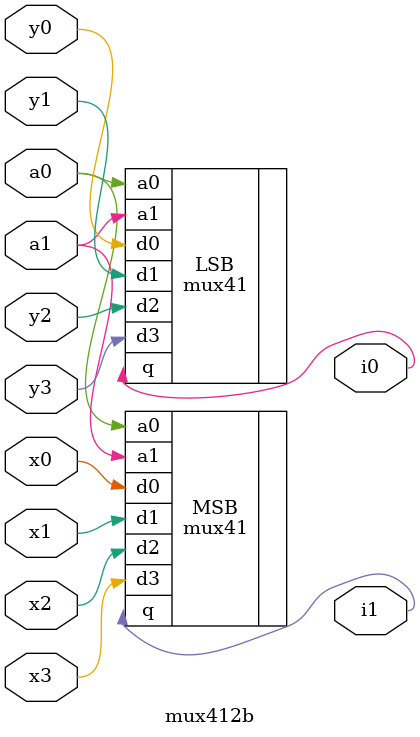
<source format=v>
module mux412b (
	input  a1,
	input a0,
	input x3,
	input x2,
	input x1,
	input x0, // data line
	input y3,
	input y2,
	input y1,
	input y0,

	output i1,
	output i0
);

mux41 MSB (
	.a1(a1),
	.a0(a0),
	.d3(x3),
	.d2(x2),
	.d1(x1),
	.d0(x0),
	
	.q (i1)
);

mux41 LSB (
	.a1(a1),
	.a0(a0),
	.d3(y3),
	.d2(y2),
	.d1(y1),
	.d0(y0),
	
	.q (i0)
);


endmodule
</source>
